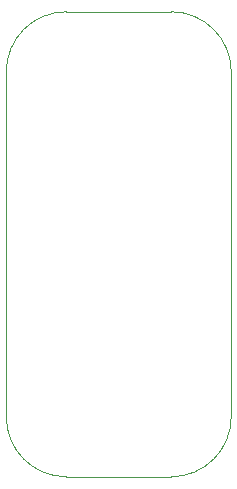
<source format=gm1>
G04 #@! TF.GenerationSoftware,KiCad,Pcbnew,6.0.6-3a73a75311~116~ubuntu22.04.1*
G04 #@! TF.CreationDate,2022-07-16T09:42:50-04:00*
G04 #@! TF.ProjectId,ltc4332_breakout,6c746334-3333-4325-9f62-7265616b6f75,0*
G04 #@! TF.SameCoordinates,Original*
G04 #@! TF.FileFunction,Profile,NP*
%FSLAX46Y46*%
G04 Gerber Fmt 4.6, Leading zero omitted, Abs format (unit mm)*
G04 Created by KiCad (PCBNEW 6.0.6-3a73a75311~116~ubuntu22.04.1) date 2022-07-16 09:42:50*
%MOMM*%
%LPD*%
G01*
G04 APERTURE LIST*
G04 #@! TA.AperFunction,Profile*
%ADD10C,0.100000*%
G04 #@! TD*
G04 APERTURE END LIST*
D10*
X156845000Y-87630000D02*
G75*
G03*
X151765000Y-82550000I-5080000J0D01*
G01*
X142875000Y-82550000D02*
X151765000Y-82550000D01*
X151765000Y-121920000D02*
X142875000Y-121920000D01*
X156845000Y-87630000D02*
X156845000Y-116840000D01*
X151765000Y-121920000D02*
G75*
G03*
X156845000Y-116840000I0J5080000D01*
G01*
X137795000Y-116840000D02*
X137795000Y-87630000D01*
X142875000Y-82550000D02*
G75*
G03*
X137795000Y-87630000I0J-5080000D01*
G01*
X137795000Y-116840000D02*
G75*
G03*
X142875000Y-121920000I5080000J0D01*
G01*
M02*

</source>
